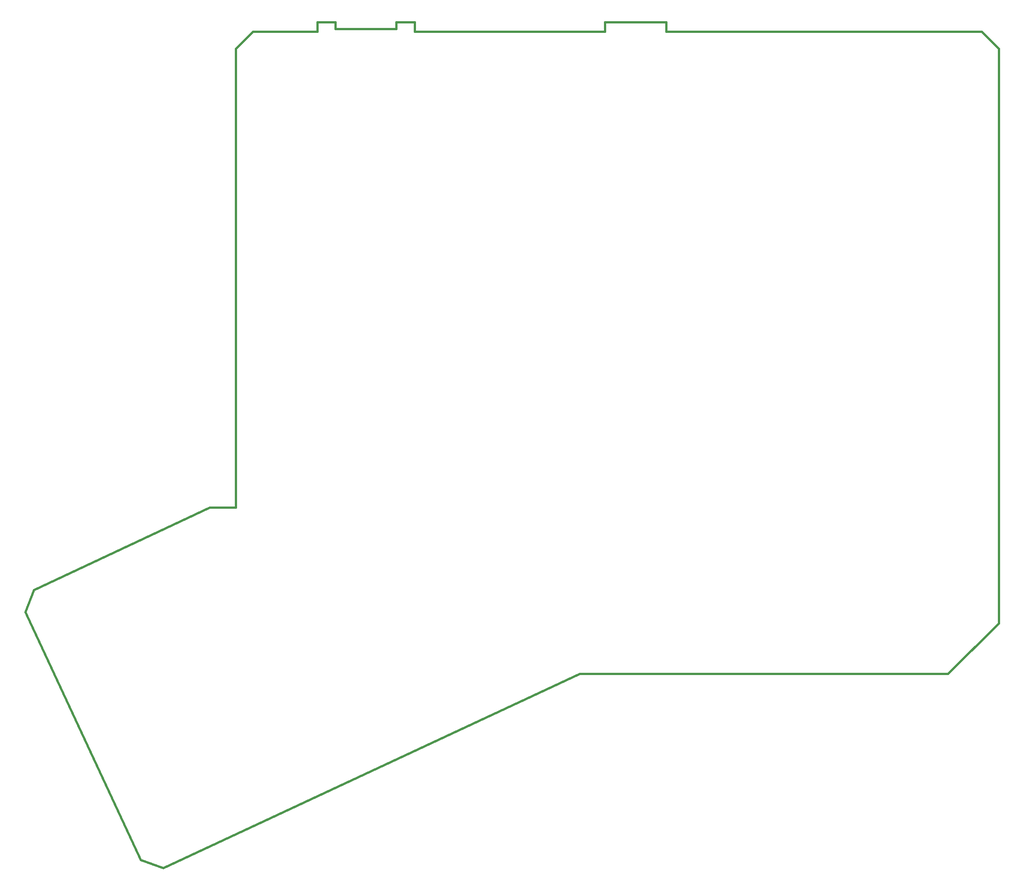
<source format=gbr>
G04 #@! TF.GenerationSoftware,KiCad,Pcbnew,(5.1.4)-1*
G04 #@! TF.CreationDate,2019-10-18T00:21:39+08:00*
G04 #@! TF.ProjectId,ErgoDoxTW,4572676f-446f-4785-9457-2e6b69636164,rev?*
G04 #@! TF.SameCoordinates,PX15feaa0PYb4cd8c0*
G04 #@! TF.FileFunction,Profile,NP*
%FSLAX46Y46*%
G04 Gerber Fmt 4.6, Leading zero omitted, Abs format (unit mm)*
G04 Created by KiCad (PCBNEW (5.1.4)-1) date 2019-10-18 00:21:39*
%MOMM*%
%LPD*%
G04 APERTURE LIST*
%ADD10C,0.381000*%
G04 APERTURE END LIST*
D10*
X39338179Y68096340D02*
X34435981Y68096340D01*
X21492138Y1944580D02*
X25711080Y410421D01*
X25711080Y410421D02*
X103879581Y36854340D01*
X103879581Y36854340D02*
X173119978Y36854339D01*
X173119978Y36854339D02*
X182644979Y46379340D01*
X182644979Y46379340D02*
X182644980Y154329341D01*
X182644980Y154329341D02*
X179469979Y157504340D01*
X179469979Y157504340D02*
X120135580Y157504341D01*
X120135580Y157504341D02*
X120135580Y159282341D01*
X120135580Y159282341D02*
X108699380Y159282339D01*
X108699380Y159282339D02*
X108699381Y157504340D01*
X108699381Y157504340D02*
X72923980Y157504341D01*
X72923980Y157504341D02*
X72923981Y159282339D01*
X72923981Y159282339D02*
X69473168Y159282340D01*
X69473168Y159282340D02*
X69473169Y158012339D01*
X69473169Y158012339D02*
X58043168Y158012340D01*
X58043168Y158012340D02*
X58043168Y159282339D01*
X58043168Y159282339D02*
X54603580Y159282341D01*
X54603580Y159282341D02*
X54603579Y157504341D01*
X54603579Y157504341D02*
X42538580Y157504340D01*
X42538580Y157504340D02*
X39338181Y154329341D01*
X39338181Y154329341D02*
X39338179Y68096340D01*
X34435981Y68096340D02*
X1344860Y52665841D01*
X1344860Y52665841D02*
X-191841Y48446900D01*
X-191841Y48446900D02*
X21492138Y1944580D01*
M02*

</source>
